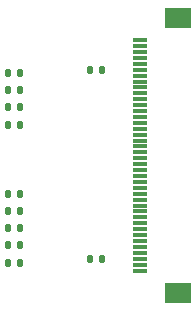
<source format=gbr>
%TF.GenerationSoftware,KiCad,Pcbnew,(6.0.9)*%
%TF.CreationDate,2022-12-03T22:35:23+08:00*%
%TF.ProjectId,Sitronix_2.1''_480x480,53697472-6f6e-4697-985f-322e3127275f,rev?*%
%TF.SameCoordinates,Original*%
%TF.FileFunction,Paste,Top*%
%TF.FilePolarity,Positive*%
%FSLAX46Y46*%
G04 Gerber Fmt 4.6, Leading zero omitted, Abs format (unit mm)*
G04 Created by KiCad (PCBNEW (6.0.9)) date 2022-12-03 22:35:23*
%MOMM*%
%LPD*%
G01*
G04 APERTURE LIST*
G04 Aperture macros list*
%AMRoundRect*
0 Rectangle with rounded corners*
0 $1 Rounding radius*
0 $2 $3 $4 $5 $6 $7 $8 $9 X,Y pos of 4 corners*
0 Add a 4 corners polygon primitive as box body*
4,1,4,$2,$3,$4,$5,$6,$7,$8,$9,$2,$3,0*
0 Add four circle primitives for the rounded corners*
1,1,$1+$1,$2,$3*
1,1,$1+$1,$4,$5*
1,1,$1+$1,$6,$7*
1,1,$1+$1,$8,$9*
0 Add four rect primitives between the rounded corners*
20,1,$1+$1,$2,$3,$4,$5,0*
20,1,$1+$1,$4,$5,$6,$7,0*
20,1,$1+$1,$6,$7,$8,$9,0*
20,1,$1+$1,$8,$9,$2,$3,0*%
G04 Aperture macros list end*
%ADD10RoundRect,0.135000X0.135000X0.185000X-0.135000X0.185000X-0.135000X-0.185000X0.135000X-0.185000X0*%
%ADD11RoundRect,0.135000X-0.135000X-0.185000X0.135000X-0.185000X0.135000X0.185000X-0.135000X0.185000X0*%
%ADD12R,1.300000X0.300000*%
%ADD13R,2.200000X1.800000*%
G04 APERTURE END LIST*
D10*
%TO.C,RA10*%
X138293500Y-102810735D03*
X137273500Y-102810735D03*
%TD*%
%TO.C,R23*%
X145257100Y-102471400D03*
X144237100Y-102471400D03*
%TD*%
%TO.C,RA8*%
X138293500Y-99889735D03*
X137273500Y-99889735D03*
%TD*%
%TO.C,RA1*%
X138295500Y-86707135D03*
X137275500Y-86707135D03*
%TD*%
%TO.C,RA7*%
X138293500Y-98429235D03*
X137273500Y-98429235D03*
%TD*%
D11*
%TO.C,R21*%
X144237100Y-86471400D03*
X145257100Y-86471400D03*
%TD*%
D10*
%TO.C,RA9*%
X138293500Y-101350235D03*
X137273500Y-101350235D03*
%TD*%
D12*
%TO.C,J3*%
X148449500Y-103471400D03*
X148449500Y-102971400D03*
X148449500Y-102471400D03*
X148449500Y-101971400D03*
X148449500Y-101471400D03*
X148449500Y-100971400D03*
X148449500Y-100471400D03*
X148449500Y-99971400D03*
X148449500Y-99471400D03*
X148449500Y-98971400D03*
X148449500Y-98471400D03*
X148449500Y-97971400D03*
X148449500Y-97471400D03*
X148449500Y-96971400D03*
X148449500Y-96471400D03*
X148449500Y-95971400D03*
X148449500Y-95471400D03*
X148449500Y-94971400D03*
X148449500Y-94471400D03*
X148449500Y-93971400D03*
X148449500Y-93471400D03*
X148449500Y-92971400D03*
X148449500Y-92471400D03*
X148449500Y-91971400D03*
X148449500Y-91471400D03*
X148449500Y-90971400D03*
X148449500Y-90471400D03*
X148449500Y-89971400D03*
X148449500Y-89471400D03*
X148449500Y-88971400D03*
X148449500Y-88471400D03*
X148449500Y-87971400D03*
X148449500Y-87471400D03*
X148449500Y-86971400D03*
X148449500Y-86471400D03*
X148449500Y-85971400D03*
X148449500Y-85471400D03*
X148449500Y-84971400D03*
X148449500Y-84471400D03*
X148449500Y-83971400D03*
D13*
X151699500Y-82071400D03*
X151699500Y-105371400D03*
%TD*%
D10*
%TO.C,RA4*%
X138295500Y-91126735D03*
X137275500Y-91126735D03*
%TD*%
%TO.C,RA2*%
X138295500Y-88180335D03*
X137275500Y-88180335D03*
%TD*%
%TO.C,RA3*%
X138295500Y-89653535D03*
X137275500Y-89653535D03*
%TD*%
%TO.C,RA6*%
X138293500Y-96968735D03*
X137273500Y-96968735D03*
%TD*%
M02*

</source>
